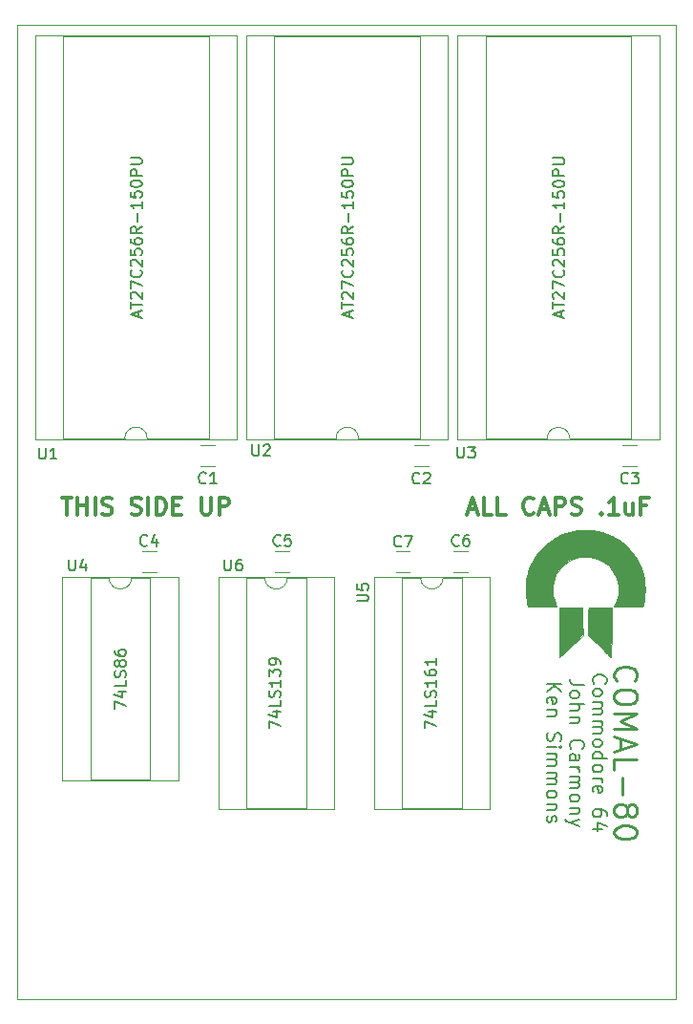
<source format=gbr>
%TF.GenerationSoftware,KiCad,Pcbnew,(5.1.6)-1*%
%TF.CreationDate,2021-01-17T21:44:29-05:00*%
%TF.ProjectId,comal-80,636f6d61-6c2d-4383-902e-6b696361645f,rev?*%
%TF.SameCoordinates,Original*%
%TF.FileFunction,Legend,Top*%
%TF.FilePolarity,Positive*%
%FSLAX46Y46*%
G04 Gerber Fmt 4.6, Leading zero omitted, Abs format (unit mm)*
G04 Created by KiCad (PCBNEW (5.1.6)-1) date 2021-01-17 21:44:29*
%MOMM*%
%LPD*%
G01*
G04 APERTURE LIST*
%ADD10C,0.120000*%
%ADD11C,0.250000*%
%ADD12C,0.150000*%
%ADD13C,0.300000*%
%ADD14C,0.010000*%
G04 APERTURE END LIST*
D10*
X177400000Y-49600000D02*
X119000000Y-49600000D01*
X177400000Y-135900000D02*
X177400000Y-49600000D01*
D11*
X172141302Y-107689047D02*
X172046064Y-107593809D01*
X171950826Y-107308095D01*
X171950826Y-107117619D01*
X172046064Y-106831904D01*
X172236540Y-106641428D01*
X172427016Y-106546190D01*
X172807968Y-106450952D01*
X173093683Y-106450952D01*
X173474635Y-106546190D01*
X173665111Y-106641428D01*
X173855588Y-106831904D01*
X173950826Y-107117619D01*
X173950826Y-107308095D01*
X173855588Y-107593809D01*
X173760349Y-107689047D01*
X173950826Y-108927142D02*
X173950826Y-109308095D01*
X173855588Y-109498571D01*
X173665111Y-109689047D01*
X173284159Y-109784285D01*
X172617492Y-109784285D01*
X172236540Y-109689047D01*
X172046064Y-109498571D01*
X171950826Y-109308095D01*
X171950826Y-108927142D01*
X172046064Y-108736666D01*
X172236540Y-108546190D01*
X172617492Y-108450952D01*
X173284159Y-108450952D01*
X173665111Y-108546190D01*
X173855588Y-108736666D01*
X173950826Y-108927142D01*
X171950826Y-110641428D02*
X173950826Y-110641428D01*
X172522254Y-111308095D01*
X173950826Y-111974761D01*
X171950826Y-111974761D01*
X172522254Y-112831904D02*
X172522254Y-113784285D01*
X171950826Y-112641428D02*
X173950826Y-113308095D01*
X171950826Y-113974761D01*
X171950826Y-115593809D02*
X171950826Y-114641428D01*
X173950826Y-114641428D01*
X172712730Y-116260476D02*
X172712730Y-117784285D01*
X173093683Y-119022380D02*
X173188921Y-118831904D01*
X173284159Y-118736666D01*
X173474635Y-118641428D01*
X173569873Y-118641428D01*
X173760349Y-118736666D01*
X173855588Y-118831904D01*
X173950826Y-119022380D01*
X173950826Y-119403333D01*
X173855588Y-119593809D01*
X173760349Y-119689047D01*
X173569873Y-119784285D01*
X173474635Y-119784285D01*
X173284159Y-119689047D01*
X173188921Y-119593809D01*
X173093683Y-119403333D01*
X173093683Y-119022380D01*
X172998445Y-118831904D01*
X172903207Y-118736666D01*
X172712730Y-118641428D01*
X172331778Y-118641428D01*
X172141302Y-118736666D01*
X172046064Y-118831904D01*
X171950826Y-119022380D01*
X171950826Y-119403333D01*
X172046064Y-119593809D01*
X172141302Y-119689047D01*
X172331778Y-119784285D01*
X172712730Y-119784285D01*
X172903207Y-119689047D01*
X172998445Y-119593809D01*
X173093683Y-119403333D01*
X173950826Y-121022380D02*
X173950826Y-121212857D01*
X173855588Y-121403333D01*
X173760349Y-121498571D01*
X173569873Y-121593809D01*
X173188921Y-121689047D01*
X172712730Y-121689047D01*
X172331778Y-121593809D01*
X172141302Y-121498571D01*
X172046064Y-121403333D01*
X171950826Y-121212857D01*
X171950826Y-121022380D01*
X172046064Y-120831904D01*
X172141302Y-120736666D01*
X172331778Y-120641428D01*
X172712730Y-120546190D01*
X173188921Y-120546190D01*
X173569873Y-120641428D01*
X173760349Y-120736666D01*
X173855588Y-120831904D01*
X173950826Y-121022380D01*
D12*
X170158571Y-107939047D02*
X170099047Y-107879523D01*
X170039523Y-107700952D01*
X170039523Y-107581904D01*
X170099047Y-107403333D01*
X170218095Y-107284285D01*
X170337142Y-107224761D01*
X170575238Y-107165238D01*
X170753809Y-107165238D01*
X170991904Y-107224761D01*
X171110952Y-107284285D01*
X171230000Y-107403333D01*
X171289523Y-107581904D01*
X171289523Y-107700952D01*
X171230000Y-107879523D01*
X171170476Y-107939047D01*
X170039523Y-108653333D02*
X170099047Y-108534285D01*
X170158571Y-108474761D01*
X170277619Y-108415238D01*
X170634761Y-108415238D01*
X170753809Y-108474761D01*
X170813333Y-108534285D01*
X170872857Y-108653333D01*
X170872857Y-108831904D01*
X170813333Y-108950952D01*
X170753809Y-109010476D01*
X170634761Y-109070000D01*
X170277619Y-109070000D01*
X170158571Y-109010476D01*
X170099047Y-108950952D01*
X170039523Y-108831904D01*
X170039523Y-108653333D01*
X170039523Y-109605714D02*
X170872857Y-109605714D01*
X170753809Y-109605714D02*
X170813333Y-109665238D01*
X170872857Y-109784285D01*
X170872857Y-109962857D01*
X170813333Y-110081904D01*
X170694285Y-110141428D01*
X170039523Y-110141428D01*
X170694285Y-110141428D02*
X170813333Y-110200952D01*
X170872857Y-110320000D01*
X170872857Y-110498571D01*
X170813333Y-110617619D01*
X170694285Y-110677142D01*
X170039523Y-110677142D01*
X170039523Y-111272380D02*
X170872857Y-111272380D01*
X170753809Y-111272380D02*
X170813333Y-111331904D01*
X170872857Y-111450952D01*
X170872857Y-111629523D01*
X170813333Y-111748571D01*
X170694285Y-111808095D01*
X170039523Y-111808095D01*
X170694285Y-111808095D02*
X170813333Y-111867619D01*
X170872857Y-111986666D01*
X170872857Y-112165238D01*
X170813333Y-112284285D01*
X170694285Y-112343809D01*
X170039523Y-112343809D01*
X170039523Y-113117619D02*
X170099047Y-112998571D01*
X170158571Y-112939047D01*
X170277619Y-112879523D01*
X170634761Y-112879523D01*
X170753809Y-112939047D01*
X170813333Y-112998571D01*
X170872857Y-113117619D01*
X170872857Y-113296190D01*
X170813333Y-113415238D01*
X170753809Y-113474761D01*
X170634761Y-113534285D01*
X170277619Y-113534285D01*
X170158571Y-113474761D01*
X170099047Y-113415238D01*
X170039523Y-113296190D01*
X170039523Y-113117619D01*
X170039523Y-114605714D02*
X171289523Y-114605714D01*
X170099047Y-114605714D02*
X170039523Y-114486666D01*
X170039523Y-114248571D01*
X170099047Y-114129523D01*
X170158571Y-114070000D01*
X170277619Y-114010476D01*
X170634761Y-114010476D01*
X170753809Y-114070000D01*
X170813333Y-114129523D01*
X170872857Y-114248571D01*
X170872857Y-114486666D01*
X170813333Y-114605714D01*
X170039523Y-115379523D02*
X170099047Y-115260476D01*
X170158571Y-115200952D01*
X170277619Y-115141428D01*
X170634761Y-115141428D01*
X170753809Y-115200952D01*
X170813333Y-115260476D01*
X170872857Y-115379523D01*
X170872857Y-115558095D01*
X170813333Y-115677142D01*
X170753809Y-115736666D01*
X170634761Y-115796190D01*
X170277619Y-115796190D01*
X170158571Y-115736666D01*
X170099047Y-115677142D01*
X170039523Y-115558095D01*
X170039523Y-115379523D01*
X170039523Y-116331904D02*
X170872857Y-116331904D01*
X170634761Y-116331904D02*
X170753809Y-116391428D01*
X170813333Y-116450952D01*
X170872857Y-116570000D01*
X170872857Y-116689047D01*
X170099047Y-117581904D02*
X170039523Y-117462857D01*
X170039523Y-117224761D01*
X170099047Y-117105714D01*
X170218095Y-117046190D01*
X170694285Y-117046190D01*
X170813333Y-117105714D01*
X170872857Y-117224761D01*
X170872857Y-117462857D01*
X170813333Y-117581904D01*
X170694285Y-117641428D01*
X170575238Y-117641428D01*
X170456190Y-117046190D01*
X171289523Y-119665238D02*
X171289523Y-119427142D01*
X171230000Y-119308095D01*
X171170476Y-119248571D01*
X170991904Y-119129523D01*
X170753809Y-119070000D01*
X170277619Y-119070000D01*
X170158571Y-119129523D01*
X170099047Y-119189047D01*
X170039523Y-119308095D01*
X170039523Y-119546190D01*
X170099047Y-119665238D01*
X170158571Y-119724761D01*
X170277619Y-119784285D01*
X170575238Y-119784285D01*
X170694285Y-119724761D01*
X170753809Y-119665238D01*
X170813333Y-119546190D01*
X170813333Y-119308095D01*
X170753809Y-119189047D01*
X170694285Y-119129523D01*
X170575238Y-119070000D01*
X170872857Y-120855714D02*
X170039523Y-120855714D01*
X171349047Y-120558095D02*
X170456190Y-120260476D01*
X170456190Y-121034285D01*
X169264523Y-108058095D02*
X168371666Y-108058095D01*
X168193095Y-107998571D01*
X168074047Y-107879523D01*
X168014523Y-107700952D01*
X168014523Y-107581904D01*
X168014523Y-108831904D02*
X168074047Y-108712857D01*
X168133571Y-108653333D01*
X168252619Y-108593809D01*
X168609761Y-108593809D01*
X168728809Y-108653333D01*
X168788333Y-108712857D01*
X168847857Y-108831904D01*
X168847857Y-109010476D01*
X168788333Y-109129523D01*
X168728809Y-109189047D01*
X168609761Y-109248571D01*
X168252619Y-109248571D01*
X168133571Y-109189047D01*
X168074047Y-109129523D01*
X168014523Y-109010476D01*
X168014523Y-108831904D01*
X168014523Y-109784285D02*
X169264523Y-109784285D01*
X168014523Y-110320000D02*
X168669285Y-110320000D01*
X168788333Y-110260476D01*
X168847857Y-110141428D01*
X168847857Y-109962857D01*
X168788333Y-109843809D01*
X168728809Y-109784285D01*
X168847857Y-110915238D02*
X168014523Y-110915238D01*
X168728809Y-110915238D02*
X168788333Y-110974761D01*
X168847857Y-111093809D01*
X168847857Y-111272380D01*
X168788333Y-111391428D01*
X168669285Y-111450952D01*
X168014523Y-111450952D01*
X168133571Y-113712857D02*
X168074047Y-113653333D01*
X168014523Y-113474761D01*
X168014523Y-113355714D01*
X168074047Y-113177142D01*
X168193095Y-113058095D01*
X168312142Y-112998571D01*
X168550238Y-112939047D01*
X168728809Y-112939047D01*
X168966904Y-112998571D01*
X169085952Y-113058095D01*
X169205000Y-113177142D01*
X169264523Y-113355714D01*
X169264523Y-113474761D01*
X169205000Y-113653333D01*
X169145476Y-113712857D01*
X168014523Y-114784285D02*
X168669285Y-114784285D01*
X168788333Y-114724761D01*
X168847857Y-114605714D01*
X168847857Y-114367619D01*
X168788333Y-114248571D01*
X168074047Y-114784285D02*
X168014523Y-114665238D01*
X168014523Y-114367619D01*
X168074047Y-114248571D01*
X168193095Y-114189047D01*
X168312142Y-114189047D01*
X168431190Y-114248571D01*
X168490714Y-114367619D01*
X168490714Y-114665238D01*
X168550238Y-114784285D01*
X168014523Y-115379523D02*
X168847857Y-115379523D01*
X168609761Y-115379523D02*
X168728809Y-115439047D01*
X168788333Y-115498571D01*
X168847857Y-115617619D01*
X168847857Y-115736666D01*
X168014523Y-116153333D02*
X168847857Y-116153333D01*
X168728809Y-116153333D02*
X168788333Y-116212857D01*
X168847857Y-116331904D01*
X168847857Y-116510476D01*
X168788333Y-116629523D01*
X168669285Y-116689047D01*
X168014523Y-116689047D01*
X168669285Y-116689047D02*
X168788333Y-116748571D01*
X168847857Y-116867619D01*
X168847857Y-117046190D01*
X168788333Y-117165238D01*
X168669285Y-117224761D01*
X168014523Y-117224761D01*
X168014523Y-117998571D02*
X168074047Y-117879523D01*
X168133571Y-117820000D01*
X168252619Y-117760476D01*
X168609761Y-117760476D01*
X168728809Y-117820000D01*
X168788333Y-117879523D01*
X168847857Y-117998571D01*
X168847857Y-118177142D01*
X168788333Y-118296190D01*
X168728809Y-118355714D01*
X168609761Y-118415238D01*
X168252619Y-118415238D01*
X168133571Y-118355714D01*
X168074047Y-118296190D01*
X168014523Y-118177142D01*
X168014523Y-117998571D01*
X168847857Y-118950952D02*
X168014523Y-118950952D01*
X168728809Y-118950952D02*
X168788333Y-119010476D01*
X168847857Y-119129523D01*
X168847857Y-119308095D01*
X168788333Y-119427142D01*
X168669285Y-119486666D01*
X168014523Y-119486666D01*
X168847857Y-119962857D02*
X168014523Y-120260476D01*
X168847857Y-120558095D02*
X168014523Y-120260476D01*
X167716904Y-120141428D01*
X167657380Y-120081904D01*
X167597857Y-119962857D01*
X165989523Y-107968809D02*
X167239523Y-107968809D01*
X165989523Y-108683095D02*
X166703809Y-108147380D01*
X167239523Y-108683095D02*
X166525238Y-107968809D01*
X166049047Y-109695000D02*
X165989523Y-109575952D01*
X165989523Y-109337857D01*
X166049047Y-109218809D01*
X166168095Y-109159285D01*
X166644285Y-109159285D01*
X166763333Y-109218809D01*
X166822857Y-109337857D01*
X166822857Y-109575952D01*
X166763333Y-109695000D01*
X166644285Y-109754523D01*
X166525238Y-109754523D01*
X166406190Y-109159285D01*
X166822857Y-110290238D02*
X165989523Y-110290238D01*
X166703809Y-110290238D02*
X166763333Y-110349761D01*
X166822857Y-110468809D01*
X166822857Y-110647380D01*
X166763333Y-110766428D01*
X166644285Y-110825952D01*
X165989523Y-110825952D01*
X166049047Y-112314047D02*
X165989523Y-112492619D01*
X165989523Y-112790238D01*
X166049047Y-112909285D01*
X166108571Y-112968809D01*
X166227619Y-113028333D01*
X166346666Y-113028333D01*
X166465714Y-112968809D01*
X166525238Y-112909285D01*
X166584761Y-112790238D01*
X166644285Y-112552142D01*
X166703809Y-112433095D01*
X166763333Y-112373571D01*
X166882380Y-112314047D01*
X167001428Y-112314047D01*
X167120476Y-112373571D01*
X167180000Y-112433095D01*
X167239523Y-112552142D01*
X167239523Y-112849761D01*
X167180000Y-113028333D01*
X165989523Y-113564047D02*
X166822857Y-113564047D01*
X167239523Y-113564047D02*
X167180000Y-113504523D01*
X167120476Y-113564047D01*
X167180000Y-113623571D01*
X167239523Y-113564047D01*
X167120476Y-113564047D01*
X165989523Y-114159285D02*
X166822857Y-114159285D01*
X166703809Y-114159285D02*
X166763333Y-114218809D01*
X166822857Y-114337857D01*
X166822857Y-114516428D01*
X166763333Y-114635476D01*
X166644285Y-114695000D01*
X165989523Y-114695000D01*
X166644285Y-114695000D02*
X166763333Y-114754523D01*
X166822857Y-114873571D01*
X166822857Y-115052142D01*
X166763333Y-115171190D01*
X166644285Y-115230714D01*
X165989523Y-115230714D01*
X165989523Y-115825952D02*
X166822857Y-115825952D01*
X166703809Y-115825952D02*
X166763333Y-115885476D01*
X166822857Y-116004523D01*
X166822857Y-116183095D01*
X166763333Y-116302142D01*
X166644285Y-116361666D01*
X165989523Y-116361666D01*
X166644285Y-116361666D02*
X166763333Y-116421190D01*
X166822857Y-116540238D01*
X166822857Y-116718809D01*
X166763333Y-116837857D01*
X166644285Y-116897380D01*
X165989523Y-116897380D01*
X165989523Y-117671190D02*
X166049047Y-117552142D01*
X166108571Y-117492619D01*
X166227619Y-117433095D01*
X166584761Y-117433095D01*
X166703809Y-117492619D01*
X166763333Y-117552142D01*
X166822857Y-117671190D01*
X166822857Y-117849761D01*
X166763333Y-117968809D01*
X166703809Y-118028333D01*
X166584761Y-118087857D01*
X166227619Y-118087857D01*
X166108571Y-118028333D01*
X166049047Y-117968809D01*
X165989523Y-117849761D01*
X165989523Y-117671190D01*
X166822857Y-118623571D02*
X165989523Y-118623571D01*
X166703809Y-118623571D02*
X166763333Y-118683095D01*
X166822857Y-118802142D01*
X166822857Y-118980714D01*
X166763333Y-119099761D01*
X166644285Y-119159285D01*
X165989523Y-119159285D01*
X166049047Y-119695000D02*
X165989523Y-119814047D01*
X165989523Y-120052142D01*
X166049047Y-120171190D01*
X166168095Y-120230714D01*
X166227619Y-120230714D01*
X166346666Y-120171190D01*
X166406190Y-120052142D01*
X166406190Y-119873571D01*
X166465714Y-119754523D01*
X166584761Y-119695000D01*
X166644285Y-119695000D01*
X166763333Y-119754523D01*
X166822857Y-119873571D01*
X166822857Y-120052142D01*
X166763333Y-120171190D01*
D13*
X159025714Y-92525000D02*
X159740000Y-92525000D01*
X158882857Y-92953571D02*
X159382857Y-91453571D01*
X159882857Y-92953571D01*
X161097142Y-92953571D02*
X160382857Y-92953571D01*
X160382857Y-91453571D01*
X162311428Y-92953571D02*
X161597142Y-92953571D01*
X161597142Y-91453571D01*
X164811428Y-92810714D02*
X164740000Y-92882142D01*
X164525714Y-92953571D01*
X164382857Y-92953571D01*
X164168571Y-92882142D01*
X164025714Y-92739285D01*
X163954285Y-92596428D01*
X163882857Y-92310714D01*
X163882857Y-92096428D01*
X163954285Y-91810714D01*
X164025714Y-91667857D01*
X164168571Y-91525000D01*
X164382857Y-91453571D01*
X164525714Y-91453571D01*
X164740000Y-91525000D01*
X164811428Y-91596428D01*
X165382857Y-92525000D02*
X166097142Y-92525000D01*
X165240000Y-92953571D02*
X165740000Y-91453571D01*
X166240000Y-92953571D01*
X166740000Y-92953571D02*
X166740000Y-91453571D01*
X167311428Y-91453571D01*
X167454285Y-91525000D01*
X167525714Y-91596428D01*
X167597142Y-91739285D01*
X167597142Y-91953571D01*
X167525714Y-92096428D01*
X167454285Y-92167857D01*
X167311428Y-92239285D01*
X166740000Y-92239285D01*
X168168571Y-92882142D02*
X168382857Y-92953571D01*
X168740000Y-92953571D01*
X168882857Y-92882142D01*
X168954285Y-92810714D01*
X169025714Y-92667857D01*
X169025714Y-92525000D01*
X168954285Y-92382142D01*
X168882857Y-92310714D01*
X168740000Y-92239285D01*
X168454285Y-92167857D01*
X168311428Y-92096428D01*
X168240000Y-92025000D01*
X168168571Y-91882142D01*
X168168571Y-91739285D01*
X168240000Y-91596428D01*
X168311428Y-91525000D01*
X168454285Y-91453571D01*
X168811428Y-91453571D01*
X169025714Y-91525000D01*
X170811428Y-92810714D02*
X170882857Y-92882142D01*
X170811428Y-92953571D01*
X170740000Y-92882142D01*
X170811428Y-92810714D01*
X170811428Y-92953571D01*
X172311428Y-92953571D02*
X171454285Y-92953571D01*
X171882857Y-92953571D02*
X171882857Y-91453571D01*
X171740000Y-91667857D01*
X171597142Y-91810714D01*
X171454285Y-91882142D01*
X173597142Y-91953571D02*
X173597142Y-92953571D01*
X172954285Y-91953571D02*
X172954285Y-92739285D01*
X173025714Y-92882142D01*
X173168571Y-92953571D01*
X173382857Y-92953571D01*
X173525714Y-92882142D01*
X173597142Y-92810714D01*
X174811428Y-92167857D02*
X174311428Y-92167857D01*
X174311428Y-92953571D02*
X174311428Y-91453571D01*
X175025714Y-91453571D01*
X122985714Y-91453571D02*
X123842857Y-91453571D01*
X123414285Y-92953571D02*
X123414285Y-91453571D01*
X124342857Y-92953571D02*
X124342857Y-91453571D01*
X124342857Y-92167857D02*
X125200000Y-92167857D01*
X125200000Y-92953571D02*
X125200000Y-91453571D01*
X125914285Y-92953571D02*
X125914285Y-91453571D01*
X126557142Y-92882142D02*
X126771428Y-92953571D01*
X127128571Y-92953571D01*
X127271428Y-92882142D01*
X127342857Y-92810714D01*
X127414285Y-92667857D01*
X127414285Y-92525000D01*
X127342857Y-92382142D01*
X127271428Y-92310714D01*
X127128571Y-92239285D01*
X126842857Y-92167857D01*
X126700000Y-92096428D01*
X126628571Y-92025000D01*
X126557142Y-91882142D01*
X126557142Y-91739285D01*
X126628571Y-91596428D01*
X126700000Y-91525000D01*
X126842857Y-91453571D01*
X127200000Y-91453571D01*
X127414285Y-91525000D01*
X129128571Y-92882142D02*
X129342857Y-92953571D01*
X129700000Y-92953571D01*
X129842857Y-92882142D01*
X129914285Y-92810714D01*
X129985714Y-92667857D01*
X129985714Y-92525000D01*
X129914285Y-92382142D01*
X129842857Y-92310714D01*
X129700000Y-92239285D01*
X129414285Y-92167857D01*
X129271428Y-92096428D01*
X129200000Y-92025000D01*
X129128571Y-91882142D01*
X129128571Y-91739285D01*
X129200000Y-91596428D01*
X129271428Y-91525000D01*
X129414285Y-91453571D01*
X129771428Y-91453571D01*
X129985714Y-91525000D01*
X130628571Y-92953571D02*
X130628571Y-91453571D01*
X131342857Y-92953571D02*
X131342857Y-91453571D01*
X131700000Y-91453571D01*
X131914285Y-91525000D01*
X132057142Y-91667857D01*
X132128571Y-91810714D01*
X132200000Y-92096428D01*
X132200000Y-92310714D01*
X132128571Y-92596428D01*
X132057142Y-92739285D01*
X131914285Y-92882142D01*
X131700000Y-92953571D01*
X131342857Y-92953571D01*
X132842857Y-92167857D02*
X133342857Y-92167857D01*
X133557142Y-92953571D02*
X132842857Y-92953571D01*
X132842857Y-91453571D01*
X133557142Y-91453571D01*
X135342857Y-91453571D02*
X135342857Y-92667857D01*
X135414285Y-92810714D01*
X135485714Y-92882142D01*
X135628571Y-92953571D01*
X135914285Y-92953571D01*
X136057142Y-92882142D01*
X136128571Y-92810714D01*
X136200000Y-92667857D01*
X136200000Y-91453571D01*
X136914285Y-92953571D02*
X136914285Y-91453571D01*
X137485714Y-91453571D01*
X137628571Y-91525000D01*
X137700000Y-91596428D01*
X137771428Y-91739285D01*
X137771428Y-91953571D01*
X137700000Y-92096428D01*
X137628571Y-92167857D01*
X137485714Y-92239285D01*
X136914285Y-92239285D01*
D10*
X119000000Y-135900000D02*
X119000000Y-49600000D01*
X177400000Y-135900000D02*
X119000000Y-135900000D01*
D14*
%TO.C,G\u002A\u002A\u002A*%
G36*
X174661192Y-100067112D02*
G01*
X174615438Y-100514540D01*
X174539998Y-100904293D01*
X174534231Y-100926321D01*
X174486306Y-101106038D01*
X171956011Y-101106038D01*
X172090386Y-100806509D01*
X172242642Y-100399461D01*
X172325208Y-99996800D01*
X172347774Y-99596415D01*
X172330994Y-99237232D01*
X172274726Y-98914087D01*
X172170079Y-98589340D01*
X172039016Y-98289315D01*
X171785335Y-97864190D01*
X171461147Y-97494397D01*
X171077982Y-97185701D01*
X170647372Y-96943868D01*
X170180848Y-96774666D01*
X169689940Y-96683859D01*
X169186180Y-96677214D01*
X168890029Y-96714666D01*
X168384481Y-96852744D01*
X167916735Y-97074773D01*
X167497339Y-97373891D01*
X167136839Y-97743236D01*
X166977181Y-97959238D01*
X166780225Y-98284674D01*
X166643499Y-98593212D01*
X166556695Y-98917105D01*
X166509506Y-99288607D01*
X166499605Y-99453553D01*
X166498102Y-99863143D01*
X166538771Y-100218087D01*
X166627713Y-100552541D01*
X166749922Y-100855212D01*
X166865410Y-101107595D01*
X165585724Y-101094835D01*
X164306038Y-101082076D01*
X164218427Y-100746604D01*
X164176291Y-100525738D01*
X164143331Y-100236316D01*
X164120572Y-99905283D01*
X164109036Y-99559584D01*
X164109748Y-99226165D01*
X164123732Y-98931971D01*
X164142866Y-98757736D01*
X164202651Y-98472002D01*
X164299468Y-98134685D01*
X164422200Y-97777080D01*
X164559732Y-97430483D01*
X164700946Y-97126187D01*
X164763981Y-97009209D01*
X165158277Y-96413680D01*
X165621476Y-95880391D01*
X166146278Y-95414656D01*
X166725381Y-95021788D01*
X167351488Y-94707102D01*
X168017297Y-94475910D01*
X168355660Y-94394750D01*
X168578758Y-94352270D01*
X168775164Y-94324758D01*
X168973626Y-94310375D01*
X169202895Y-94307280D01*
X169491717Y-94313633D01*
X169577736Y-94316522D01*
X170078866Y-94347945D01*
X170517181Y-94409471D01*
X170923134Y-94509109D01*
X171327177Y-94654867D01*
X171759764Y-94854751D01*
X171902076Y-94927731D01*
X172467762Y-95276203D01*
X172987944Y-95702610D01*
X173454531Y-96196640D01*
X173859428Y-96747982D01*
X174194542Y-97346324D01*
X174451780Y-97981354D01*
X174544933Y-98295089D01*
X174619131Y-98675996D01*
X174663159Y-99118117D01*
X174677140Y-99591730D01*
X174661192Y-100067112D01*
G37*
X174661192Y-100067112D02*
X174615438Y-100514540D01*
X174539998Y-100904293D01*
X174534231Y-100926321D01*
X174486306Y-101106038D01*
X171956011Y-101106038D01*
X172090386Y-100806509D01*
X172242642Y-100399461D01*
X172325208Y-99996800D01*
X172347774Y-99596415D01*
X172330994Y-99237232D01*
X172274726Y-98914087D01*
X172170079Y-98589340D01*
X172039016Y-98289315D01*
X171785335Y-97864190D01*
X171461147Y-97494397D01*
X171077982Y-97185701D01*
X170647372Y-96943868D01*
X170180848Y-96774666D01*
X169689940Y-96683859D01*
X169186180Y-96677214D01*
X168890029Y-96714666D01*
X168384481Y-96852744D01*
X167916735Y-97074773D01*
X167497339Y-97373891D01*
X167136839Y-97743236D01*
X166977181Y-97959238D01*
X166780225Y-98284674D01*
X166643499Y-98593212D01*
X166556695Y-98917105D01*
X166509506Y-99288607D01*
X166499605Y-99453553D01*
X166498102Y-99863143D01*
X166538771Y-100218087D01*
X166627713Y-100552541D01*
X166749922Y-100855212D01*
X166865410Y-101107595D01*
X165585724Y-101094835D01*
X164306038Y-101082076D01*
X164218427Y-100746604D01*
X164176291Y-100525738D01*
X164143331Y-100236316D01*
X164120572Y-99905283D01*
X164109036Y-99559584D01*
X164109748Y-99226165D01*
X164123732Y-98931971D01*
X164142866Y-98757736D01*
X164202651Y-98472002D01*
X164299468Y-98134685D01*
X164422200Y-97777080D01*
X164559732Y-97430483D01*
X164700946Y-97126187D01*
X164763981Y-97009209D01*
X165158277Y-96413680D01*
X165621476Y-95880391D01*
X166146278Y-95414656D01*
X166725381Y-95021788D01*
X167351488Y-94707102D01*
X168017297Y-94475910D01*
X168355660Y-94394750D01*
X168578758Y-94352270D01*
X168775164Y-94324758D01*
X168973626Y-94310375D01*
X169202895Y-94307280D01*
X169491717Y-94313633D01*
X169577736Y-94316522D01*
X170078866Y-94347945D01*
X170517181Y-94409471D01*
X170923134Y-94509109D01*
X171327177Y-94654867D01*
X171759764Y-94854751D01*
X171902076Y-94927731D01*
X172467762Y-95276203D01*
X172987944Y-95702610D01*
X173454531Y-96196640D01*
X173859428Y-96747982D01*
X174194542Y-97346324D01*
X174451780Y-97981354D01*
X174544933Y-98295089D01*
X174619131Y-98675996D01*
X174663159Y-99118117D01*
X174677140Y-99591730D01*
X174661192Y-100067112D01*
G36*
X168170032Y-104622672D02*
G01*
X167892854Y-104896712D01*
X167646949Y-105134223D01*
X167439311Y-105328793D01*
X167276931Y-105474008D01*
X167166802Y-105563455D01*
X167115917Y-105590721D01*
X167115018Y-105590315D01*
X167100853Y-105535188D01*
X167088702Y-105396381D01*
X167078543Y-105185615D01*
X167070356Y-104914609D01*
X167064118Y-104595083D01*
X167059810Y-104238758D01*
X167057409Y-103857353D01*
X167056895Y-103462588D01*
X167058246Y-103066183D01*
X167061442Y-102679859D01*
X167066461Y-102315335D01*
X167073282Y-101984331D01*
X167081884Y-101698568D01*
X167092246Y-101469764D01*
X167104346Y-101309641D01*
X167118164Y-101229918D01*
X167122898Y-101223319D01*
X167187591Y-101216825D01*
X167332737Y-101212292D01*
X167542956Y-101209873D01*
X167802869Y-101209723D01*
X168097096Y-101211996D01*
X168165256Y-101212842D01*
X169146415Y-101225849D01*
X169159071Y-102423962D01*
X169171727Y-103622076D01*
X168170032Y-104622672D01*
G37*
X168170032Y-104622672D02*
X167892854Y-104896712D01*
X167646949Y-105134223D01*
X167439311Y-105328793D01*
X167276931Y-105474008D01*
X167166802Y-105563455D01*
X167115917Y-105590721D01*
X167115018Y-105590315D01*
X167100853Y-105535188D01*
X167088702Y-105396381D01*
X167078543Y-105185615D01*
X167070356Y-104914609D01*
X167064118Y-104595083D01*
X167059810Y-104238758D01*
X167057409Y-103857353D01*
X167056895Y-103462588D01*
X167058246Y-103066183D01*
X167061442Y-102679859D01*
X167066461Y-102315335D01*
X167073282Y-101984331D01*
X167081884Y-101698568D01*
X167092246Y-101469764D01*
X167104346Y-101309641D01*
X167118164Y-101229918D01*
X167122898Y-101223319D01*
X167187591Y-101216825D01*
X167332737Y-101212292D01*
X167542956Y-101209873D01*
X167802869Y-101209723D01*
X168097096Y-101211996D01*
X168165256Y-101212842D01*
X169146415Y-101225849D01*
X169159071Y-102423962D01*
X169171727Y-103622076D01*
X168170032Y-104622672D01*
G36*
X171709613Y-103855774D02*
G01*
X171707423Y-104274374D01*
X171703964Y-104652754D01*
X171699391Y-104981454D01*
X171693862Y-105251014D01*
X171687532Y-105451974D01*
X171680557Y-105574875D01*
X171674006Y-105610943D01*
X171632172Y-105578308D01*
X171531600Y-105486023D01*
X171381021Y-105342517D01*
X171189166Y-105156221D01*
X170964765Y-104935564D01*
X170716550Y-104688977D01*
X170643629Y-104616091D01*
X169649623Y-103621239D01*
X169649623Y-102443513D01*
X169650872Y-102116757D01*
X169654382Y-101822229D01*
X169659800Y-101573344D01*
X169666771Y-101383515D01*
X169674941Y-101266158D01*
X169681572Y-101233837D01*
X169737028Y-101224280D01*
X169873667Y-101215864D01*
X170076828Y-101209044D01*
X170331848Y-101204275D01*
X170624064Y-101202010D01*
X170711950Y-101201887D01*
X171710377Y-101201887D01*
X171710377Y-103406415D01*
X171709613Y-103855774D01*
G37*
X171709613Y-103855774D02*
X171707423Y-104274374D01*
X171703964Y-104652754D01*
X171699391Y-104981454D01*
X171693862Y-105251014D01*
X171687532Y-105451974D01*
X171680557Y-105574875D01*
X171674006Y-105610943D01*
X171632172Y-105578308D01*
X171531600Y-105486023D01*
X171381021Y-105342517D01*
X171189166Y-105156221D01*
X170964765Y-104935564D01*
X170716550Y-104688977D01*
X170643629Y-104616091D01*
X169649623Y-103621239D01*
X169649623Y-102443513D01*
X169650872Y-102116757D01*
X169654382Y-101822229D01*
X169659800Y-101573344D01*
X169666771Y-101383515D01*
X169674941Y-101266158D01*
X169681572Y-101233837D01*
X169737028Y-101224280D01*
X169873667Y-101215864D01*
X170076828Y-101209044D01*
X170331848Y-101204275D01*
X170624064Y-101202010D01*
X170711950Y-101201887D01*
X171710377Y-101201887D01*
X171710377Y-103406415D01*
X171709613Y-103855774D01*
D10*
%TO.C,C3*%
X173979000Y-86810000D02*
X172721000Y-86810000D01*
X173979000Y-88650000D02*
X172721000Y-88650000D01*
%TO.C,C2*%
X155469000Y-86810000D02*
X154211000Y-86810000D01*
X155469000Y-88650000D02*
X154211000Y-88650000D01*
%TO.C,C1*%
X136529000Y-86800000D02*
X135271000Y-86800000D01*
X136529000Y-88640000D02*
X135271000Y-88640000D01*
%TO.C,C7*%
X152581000Y-96200000D02*
X153839000Y-96200000D01*
X152581000Y-98040000D02*
X153839000Y-98040000D01*
%TO.C,U3*%
X168010000Y-86240000D02*
X173470000Y-86240000D01*
X173470000Y-86240000D02*
X173470000Y-50560000D01*
X173470000Y-50560000D02*
X160550000Y-50560000D01*
X160550000Y-50560000D02*
X160550000Y-86240000D01*
X160550000Y-86240000D02*
X166010000Y-86240000D01*
X175960000Y-86300000D02*
X175960000Y-50500000D01*
X175960000Y-50500000D02*
X158060000Y-50500000D01*
X158060000Y-50500000D02*
X158060000Y-86300000D01*
X158060000Y-86300000D02*
X175960000Y-86300000D01*
X166010000Y-86240000D02*
G75*
G02*
X168010000Y-86240000I1000000J0D01*
G01*
%TO.C,U6*%
X140965000Y-98560000D02*
X139315000Y-98560000D01*
X139315000Y-98560000D02*
X139315000Y-119000000D01*
X139315000Y-119000000D02*
X144615000Y-119000000D01*
X144615000Y-119000000D02*
X144615000Y-98560000D01*
X144615000Y-98560000D02*
X142965000Y-98560000D01*
X136825000Y-98500000D02*
X136825000Y-119060000D01*
X136825000Y-119060000D02*
X147105000Y-119060000D01*
X147105000Y-119060000D02*
X147105000Y-98500000D01*
X147105000Y-98500000D02*
X136825000Y-98500000D01*
X142965000Y-98560000D02*
G75*
G02*
X140965000Y-98560000I-1000000J0D01*
G01*
%TO.C,U2*%
X149275000Y-86230000D02*
X154735000Y-86230000D01*
X154735000Y-86230000D02*
X154735000Y-50550000D01*
X154735000Y-50550000D02*
X141815000Y-50550000D01*
X141815000Y-50550000D02*
X141815000Y-86230000D01*
X141815000Y-86230000D02*
X147275000Y-86230000D01*
X157225000Y-86290000D02*
X157225000Y-50490000D01*
X157225000Y-50490000D02*
X139325000Y-50490000D01*
X139325000Y-50490000D02*
X139325000Y-86290000D01*
X139325000Y-86290000D02*
X157225000Y-86290000D01*
X147275000Y-86230000D02*
G75*
G02*
X149275000Y-86230000I1000000J0D01*
G01*
%TO.C,U5*%
X154780000Y-98560000D02*
X153130000Y-98560000D01*
X153130000Y-98560000D02*
X153130000Y-119000000D01*
X153130000Y-119000000D02*
X158430000Y-119000000D01*
X158430000Y-119000000D02*
X158430000Y-98560000D01*
X158430000Y-98560000D02*
X156780000Y-98560000D01*
X150640000Y-98500000D02*
X150640000Y-119060000D01*
X150640000Y-119060000D02*
X160920000Y-119060000D01*
X160920000Y-119060000D02*
X160920000Y-98500000D01*
X160920000Y-98500000D02*
X150640000Y-98500000D01*
X156780000Y-98560000D02*
G75*
G02*
X154780000Y-98560000I-1000000J0D01*
G01*
%TO.C,U4*%
X127150000Y-98560000D02*
X125500000Y-98560000D01*
X125500000Y-98560000D02*
X125500000Y-116460000D01*
X125500000Y-116460000D02*
X130800000Y-116460000D01*
X130800000Y-116460000D02*
X130800000Y-98560000D01*
X130800000Y-98560000D02*
X129150000Y-98560000D01*
X123010000Y-98500000D02*
X123010000Y-116520000D01*
X123010000Y-116520000D02*
X133290000Y-116520000D01*
X133290000Y-116520000D02*
X133290000Y-98500000D01*
X133290000Y-98500000D02*
X123010000Y-98500000D01*
X129150000Y-98560000D02*
G75*
G02*
X127150000Y-98560000I-1000000J0D01*
G01*
%TO.C,U1*%
X130540000Y-86230000D02*
X136000000Y-86230000D01*
X136000000Y-86230000D02*
X136000000Y-50550000D01*
X136000000Y-50550000D02*
X123080000Y-50550000D01*
X123080000Y-50550000D02*
X123080000Y-86230000D01*
X123080000Y-86230000D02*
X128540000Y-86230000D01*
X138490000Y-86290000D02*
X138490000Y-50490000D01*
X138490000Y-50490000D02*
X120590000Y-50490000D01*
X120590000Y-50490000D02*
X120590000Y-86290000D01*
X120590000Y-86290000D02*
X138490000Y-86290000D01*
X128540000Y-86230000D02*
G75*
G02*
X130540000Y-86230000I1000000J0D01*
G01*
%TO.C,C6*%
X158979000Y-98040000D02*
X157721000Y-98040000D01*
X158979000Y-96200000D02*
X157721000Y-96200000D01*
%TO.C,C5*%
X143139000Y-98040000D02*
X141881000Y-98040000D01*
X143139000Y-96200000D02*
X141881000Y-96200000D01*
%TO.C,C4*%
X131329000Y-98040000D02*
X130071000Y-98040000D01*
X131329000Y-96200000D02*
X130071000Y-96200000D01*
%TO.C,C3*%
D12*
X173183333Y-90137142D02*
X173135714Y-90184761D01*
X172992857Y-90232380D01*
X172897619Y-90232380D01*
X172754761Y-90184761D01*
X172659523Y-90089523D01*
X172611904Y-89994285D01*
X172564285Y-89803809D01*
X172564285Y-89660952D01*
X172611904Y-89470476D01*
X172659523Y-89375238D01*
X172754761Y-89280000D01*
X172897619Y-89232380D01*
X172992857Y-89232380D01*
X173135714Y-89280000D01*
X173183333Y-89327619D01*
X173516666Y-89232380D02*
X174135714Y-89232380D01*
X173802380Y-89613333D01*
X173945238Y-89613333D01*
X174040476Y-89660952D01*
X174088095Y-89708571D01*
X174135714Y-89803809D01*
X174135714Y-90041904D01*
X174088095Y-90137142D01*
X174040476Y-90184761D01*
X173945238Y-90232380D01*
X173659523Y-90232380D01*
X173564285Y-90184761D01*
X173516666Y-90137142D01*
%TO.C,C2*%
X154673333Y-90137142D02*
X154625714Y-90184761D01*
X154482857Y-90232380D01*
X154387619Y-90232380D01*
X154244761Y-90184761D01*
X154149523Y-90089523D01*
X154101904Y-89994285D01*
X154054285Y-89803809D01*
X154054285Y-89660952D01*
X154101904Y-89470476D01*
X154149523Y-89375238D01*
X154244761Y-89280000D01*
X154387619Y-89232380D01*
X154482857Y-89232380D01*
X154625714Y-89280000D01*
X154673333Y-89327619D01*
X155054285Y-89327619D02*
X155101904Y-89280000D01*
X155197142Y-89232380D01*
X155435238Y-89232380D01*
X155530476Y-89280000D01*
X155578095Y-89327619D01*
X155625714Y-89422857D01*
X155625714Y-89518095D01*
X155578095Y-89660952D01*
X155006666Y-90232380D01*
X155625714Y-90232380D01*
%TO.C,C1*%
X135733333Y-90127142D02*
X135685714Y-90174761D01*
X135542857Y-90222380D01*
X135447619Y-90222380D01*
X135304761Y-90174761D01*
X135209523Y-90079523D01*
X135161904Y-89984285D01*
X135114285Y-89793809D01*
X135114285Y-89650952D01*
X135161904Y-89460476D01*
X135209523Y-89365238D01*
X135304761Y-89270000D01*
X135447619Y-89222380D01*
X135542857Y-89222380D01*
X135685714Y-89270000D01*
X135733333Y-89317619D01*
X136685714Y-90222380D02*
X136114285Y-90222380D01*
X136400000Y-90222380D02*
X136400000Y-89222380D01*
X136304761Y-89365238D01*
X136209523Y-89460476D01*
X136114285Y-89508095D01*
%TO.C,C7*%
X153043333Y-95727142D02*
X152995714Y-95774761D01*
X152852857Y-95822380D01*
X152757619Y-95822380D01*
X152614761Y-95774761D01*
X152519523Y-95679523D01*
X152471904Y-95584285D01*
X152424285Y-95393809D01*
X152424285Y-95250952D01*
X152471904Y-95060476D01*
X152519523Y-94965238D01*
X152614761Y-94870000D01*
X152757619Y-94822380D01*
X152852857Y-94822380D01*
X152995714Y-94870000D01*
X153043333Y-94917619D01*
X153376666Y-94822380D02*
X154043333Y-94822380D01*
X153614761Y-95822380D01*
%TO.C,U3*%
X158048095Y-86952380D02*
X158048095Y-87761904D01*
X158095714Y-87857142D01*
X158143333Y-87904761D01*
X158238571Y-87952380D01*
X158429047Y-87952380D01*
X158524285Y-87904761D01*
X158571904Y-87857142D01*
X158619523Y-87761904D01*
X158619523Y-86952380D01*
X159000476Y-86952380D02*
X159619523Y-86952380D01*
X159286190Y-87333333D01*
X159429047Y-87333333D01*
X159524285Y-87380952D01*
X159571904Y-87428571D01*
X159619523Y-87523809D01*
X159619523Y-87761904D01*
X159571904Y-87857142D01*
X159524285Y-87904761D01*
X159429047Y-87952380D01*
X159143333Y-87952380D01*
X159048095Y-87904761D01*
X159000476Y-87857142D01*
X167239166Y-75456428D02*
X167239166Y-74980238D01*
X167524880Y-75551666D02*
X166524880Y-75218333D01*
X167524880Y-74885000D01*
X166524880Y-74694523D02*
X166524880Y-74123095D01*
X167524880Y-74408809D02*
X166524880Y-74408809D01*
X166620119Y-73837380D02*
X166572500Y-73789761D01*
X166524880Y-73694523D01*
X166524880Y-73456428D01*
X166572500Y-73361190D01*
X166620119Y-73313571D01*
X166715357Y-73265952D01*
X166810595Y-73265952D01*
X166953452Y-73313571D01*
X167524880Y-73885000D01*
X167524880Y-73265952D01*
X166524880Y-72932619D02*
X166524880Y-72265952D01*
X167524880Y-72694523D01*
X167429642Y-71313571D02*
X167477261Y-71361190D01*
X167524880Y-71504047D01*
X167524880Y-71599285D01*
X167477261Y-71742142D01*
X167382023Y-71837380D01*
X167286785Y-71885000D01*
X167096309Y-71932619D01*
X166953452Y-71932619D01*
X166762976Y-71885000D01*
X166667738Y-71837380D01*
X166572500Y-71742142D01*
X166524880Y-71599285D01*
X166524880Y-71504047D01*
X166572500Y-71361190D01*
X166620119Y-71313571D01*
X166620119Y-70932619D02*
X166572500Y-70885000D01*
X166524880Y-70789761D01*
X166524880Y-70551666D01*
X166572500Y-70456428D01*
X166620119Y-70408809D01*
X166715357Y-70361190D01*
X166810595Y-70361190D01*
X166953452Y-70408809D01*
X167524880Y-70980238D01*
X167524880Y-70361190D01*
X166524880Y-69456428D02*
X166524880Y-69932619D01*
X167001071Y-69980238D01*
X166953452Y-69932619D01*
X166905833Y-69837380D01*
X166905833Y-69599285D01*
X166953452Y-69504047D01*
X167001071Y-69456428D01*
X167096309Y-69408809D01*
X167334404Y-69408809D01*
X167429642Y-69456428D01*
X167477261Y-69504047D01*
X167524880Y-69599285D01*
X167524880Y-69837380D01*
X167477261Y-69932619D01*
X167429642Y-69980238D01*
X166524880Y-68551666D02*
X166524880Y-68742142D01*
X166572500Y-68837380D01*
X166620119Y-68885000D01*
X166762976Y-68980238D01*
X166953452Y-69027857D01*
X167334404Y-69027857D01*
X167429642Y-68980238D01*
X167477261Y-68932619D01*
X167524880Y-68837380D01*
X167524880Y-68646904D01*
X167477261Y-68551666D01*
X167429642Y-68504047D01*
X167334404Y-68456428D01*
X167096309Y-68456428D01*
X167001071Y-68504047D01*
X166953452Y-68551666D01*
X166905833Y-68646904D01*
X166905833Y-68837380D01*
X166953452Y-68932619D01*
X167001071Y-68980238D01*
X167096309Y-69027857D01*
X167524880Y-67456428D02*
X167048690Y-67789761D01*
X167524880Y-68027857D02*
X166524880Y-68027857D01*
X166524880Y-67646904D01*
X166572500Y-67551666D01*
X166620119Y-67504047D01*
X166715357Y-67456428D01*
X166858214Y-67456428D01*
X166953452Y-67504047D01*
X167001071Y-67551666D01*
X167048690Y-67646904D01*
X167048690Y-68027857D01*
X167143928Y-67027857D02*
X167143928Y-66265952D01*
X167524880Y-65265952D02*
X167524880Y-65837380D01*
X167524880Y-65551666D02*
X166524880Y-65551666D01*
X166667738Y-65646904D01*
X166762976Y-65742142D01*
X166810595Y-65837380D01*
X166524880Y-64361190D02*
X166524880Y-64837380D01*
X167001071Y-64885000D01*
X166953452Y-64837380D01*
X166905833Y-64742142D01*
X166905833Y-64504047D01*
X166953452Y-64408809D01*
X167001071Y-64361190D01*
X167096309Y-64313571D01*
X167334404Y-64313571D01*
X167429642Y-64361190D01*
X167477261Y-64408809D01*
X167524880Y-64504047D01*
X167524880Y-64742142D01*
X167477261Y-64837380D01*
X167429642Y-64885000D01*
X166524880Y-63694523D02*
X166524880Y-63599285D01*
X166572500Y-63504047D01*
X166620119Y-63456428D01*
X166715357Y-63408809D01*
X166905833Y-63361190D01*
X167143928Y-63361190D01*
X167334404Y-63408809D01*
X167429642Y-63456428D01*
X167477261Y-63504047D01*
X167524880Y-63599285D01*
X167524880Y-63694523D01*
X167477261Y-63789761D01*
X167429642Y-63837380D01*
X167334404Y-63885000D01*
X167143928Y-63932619D01*
X166905833Y-63932619D01*
X166715357Y-63885000D01*
X166620119Y-63837380D01*
X166572500Y-63789761D01*
X166524880Y-63694523D01*
X167524880Y-62932619D02*
X166524880Y-62932619D01*
X166524880Y-62551666D01*
X166572500Y-62456428D01*
X166620119Y-62408809D01*
X166715357Y-62361190D01*
X166858214Y-62361190D01*
X166953452Y-62408809D01*
X167001071Y-62456428D01*
X167048690Y-62551666D01*
X167048690Y-62932619D01*
X166524880Y-61932619D02*
X167334404Y-61932619D01*
X167429642Y-61885000D01*
X167477261Y-61837380D01*
X167524880Y-61742142D01*
X167524880Y-61551666D01*
X167477261Y-61456428D01*
X167429642Y-61408809D01*
X167334404Y-61361190D01*
X166524880Y-61361190D01*
%TO.C,U6*%
X137393095Y-96942380D02*
X137393095Y-97751904D01*
X137440714Y-97847142D01*
X137488333Y-97894761D01*
X137583571Y-97942380D01*
X137774047Y-97942380D01*
X137869285Y-97894761D01*
X137916904Y-97847142D01*
X137964523Y-97751904D01*
X137964523Y-96942380D01*
X138869285Y-96942380D02*
X138678809Y-96942380D01*
X138583571Y-96990000D01*
X138535952Y-97037619D01*
X138440714Y-97180476D01*
X138393095Y-97370952D01*
X138393095Y-97751904D01*
X138440714Y-97847142D01*
X138488333Y-97894761D01*
X138583571Y-97942380D01*
X138774047Y-97942380D01*
X138869285Y-97894761D01*
X138916904Y-97847142D01*
X138964523Y-97751904D01*
X138964523Y-97513809D01*
X138916904Y-97418571D01*
X138869285Y-97370952D01*
X138774047Y-97323333D01*
X138583571Y-97323333D01*
X138488333Y-97370952D01*
X138440714Y-97418571D01*
X138393095Y-97513809D01*
X141339880Y-111909047D02*
X141339880Y-111242380D01*
X142339880Y-111670952D01*
X141673214Y-110432857D02*
X142339880Y-110432857D01*
X141292261Y-110670952D02*
X142006547Y-110909047D01*
X142006547Y-110290000D01*
X142339880Y-109432857D02*
X142339880Y-109909047D01*
X141339880Y-109909047D01*
X142292261Y-109147142D02*
X142339880Y-109004285D01*
X142339880Y-108766190D01*
X142292261Y-108670952D01*
X142244642Y-108623333D01*
X142149404Y-108575714D01*
X142054166Y-108575714D01*
X141958928Y-108623333D01*
X141911309Y-108670952D01*
X141863690Y-108766190D01*
X141816071Y-108956666D01*
X141768452Y-109051904D01*
X141720833Y-109099523D01*
X141625595Y-109147142D01*
X141530357Y-109147142D01*
X141435119Y-109099523D01*
X141387500Y-109051904D01*
X141339880Y-108956666D01*
X141339880Y-108718571D01*
X141387500Y-108575714D01*
X142339880Y-107623333D02*
X142339880Y-108194761D01*
X142339880Y-107909047D02*
X141339880Y-107909047D01*
X141482738Y-108004285D01*
X141577976Y-108099523D01*
X141625595Y-108194761D01*
X141339880Y-107290000D02*
X141339880Y-106670952D01*
X141720833Y-107004285D01*
X141720833Y-106861428D01*
X141768452Y-106766190D01*
X141816071Y-106718571D01*
X141911309Y-106670952D01*
X142149404Y-106670952D01*
X142244642Y-106718571D01*
X142292261Y-106766190D01*
X142339880Y-106861428D01*
X142339880Y-107147142D01*
X142292261Y-107242380D01*
X142244642Y-107290000D01*
X142339880Y-106194761D02*
X142339880Y-106004285D01*
X142292261Y-105909047D01*
X142244642Y-105861428D01*
X142101785Y-105766190D01*
X141911309Y-105718571D01*
X141530357Y-105718571D01*
X141435119Y-105766190D01*
X141387500Y-105813809D01*
X141339880Y-105909047D01*
X141339880Y-106099523D01*
X141387500Y-106194761D01*
X141435119Y-106242380D01*
X141530357Y-106290000D01*
X141768452Y-106290000D01*
X141863690Y-106242380D01*
X141911309Y-106194761D01*
X141958928Y-106099523D01*
X141958928Y-105909047D01*
X141911309Y-105813809D01*
X141863690Y-105766190D01*
X141768452Y-105718571D01*
%TO.C,U2*%
X139868095Y-86762380D02*
X139868095Y-87571904D01*
X139915714Y-87667142D01*
X139963333Y-87714761D01*
X140058571Y-87762380D01*
X140249047Y-87762380D01*
X140344285Y-87714761D01*
X140391904Y-87667142D01*
X140439523Y-87571904D01*
X140439523Y-86762380D01*
X140868095Y-86857619D02*
X140915714Y-86810000D01*
X141010952Y-86762380D01*
X141249047Y-86762380D01*
X141344285Y-86810000D01*
X141391904Y-86857619D01*
X141439523Y-86952857D01*
X141439523Y-87048095D01*
X141391904Y-87190952D01*
X140820476Y-87762380D01*
X141439523Y-87762380D01*
X148504166Y-75446428D02*
X148504166Y-74970238D01*
X148789880Y-75541666D02*
X147789880Y-75208333D01*
X148789880Y-74875000D01*
X147789880Y-74684523D02*
X147789880Y-74113095D01*
X148789880Y-74398809D02*
X147789880Y-74398809D01*
X147885119Y-73827380D02*
X147837500Y-73779761D01*
X147789880Y-73684523D01*
X147789880Y-73446428D01*
X147837500Y-73351190D01*
X147885119Y-73303571D01*
X147980357Y-73255952D01*
X148075595Y-73255952D01*
X148218452Y-73303571D01*
X148789880Y-73875000D01*
X148789880Y-73255952D01*
X147789880Y-72922619D02*
X147789880Y-72255952D01*
X148789880Y-72684523D01*
X148694642Y-71303571D02*
X148742261Y-71351190D01*
X148789880Y-71494047D01*
X148789880Y-71589285D01*
X148742261Y-71732142D01*
X148647023Y-71827380D01*
X148551785Y-71875000D01*
X148361309Y-71922619D01*
X148218452Y-71922619D01*
X148027976Y-71875000D01*
X147932738Y-71827380D01*
X147837500Y-71732142D01*
X147789880Y-71589285D01*
X147789880Y-71494047D01*
X147837500Y-71351190D01*
X147885119Y-71303571D01*
X147885119Y-70922619D02*
X147837500Y-70875000D01*
X147789880Y-70779761D01*
X147789880Y-70541666D01*
X147837500Y-70446428D01*
X147885119Y-70398809D01*
X147980357Y-70351190D01*
X148075595Y-70351190D01*
X148218452Y-70398809D01*
X148789880Y-70970238D01*
X148789880Y-70351190D01*
X147789880Y-69446428D02*
X147789880Y-69922619D01*
X148266071Y-69970238D01*
X148218452Y-69922619D01*
X148170833Y-69827380D01*
X148170833Y-69589285D01*
X148218452Y-69494047D01*
X148266071Y-69446428D01*
X148361309Y-69398809D01*
X148599404Y-69398809D01*
X148694642Y-69446428D01*
X148742261Y-69494047D01*
X148789880Y-69589285D01*
X148789880Y-69827380D01*
X148742261Y-69922619D01*
X148694642Y-69970238D01*
X147789880Y-68541666D02*
X147789880Y-68732142D01*
X147837500Y-68827380D01*
X147885119Y-68875000D01*
X148027976Y-68970238D01*
X148218452Y-69017857D01*
X148599404Y-69017857D01*
X148694642Y-68970238D01*
X148742261Y-68922619D01*
X148789880Y-68827380D01*
X148789880Y-68636904D01*
X148742261Y-68541666D01*
X148694642Y-68494047D01*
X148599404Y-68446428D01*
X148361309Y-68446428D01*
X148266071Y-68494047D01*
X148218452Y-68541666D01*
X148170833Y-68636904D01*
X148170833Y-68827380D01*
X148218452Y-68922619D01*
X148266071Y-68970238D01*
X148361309Y-69017857D01*
X148789880Y-67446428D02*
X148313690Y-67779761D01*
X148789880Y-68017857D02*
X147789880Y-68017857D01*
X147789880Y-67636904D01*
X147837500Y-67541666D01*
X147885119Y-67494047D01*
X147980357Y-67446428D01*
X148123214Y-67446428D01*
X148218452Y-67494047D01*
X148266071Y-67541666D01*
X148313690Y-67636904D01*
X148313690Y-68017857D01*
X148408928Y-67017857D02*
X148408928Y-66255952D01*
X148789880Y-65255952D02*
X148789880Y-65827380D01*
X148789880Y-65541666D02*
X147789880Y-65541666D01*
X147932738Y-65636904D01*
X148027976Y-65732142D01*
X148075595Y-65827380D01*
X147789880Y-64351190D02*
X147789880Y-64827380D01*
X148266071Y-64875000D01*
X148218452Y-64827380D01*
X148170833Y-64732142D01*
X148170833Y-64494047D01*
X148218452Y-64398809D01*
X148266071Y-64351190D01*
X148361309Y-64303571D01*
X148599404Y-64303571D01*
X148694642Y-64351190D01*
X148742261Y-64398809D01*
X148789880Y-64494047D01*
X148789880Y-64732142D01*
X148742261Y-64827380D01*
X148694642Y-64875000D01*
X147789880Y-63684523D02*
X147789880Y-63589285D01*
X147837500Y-63494047D01*
X147885119Y-63446428D01*
X147980357Y-63398809D01*
X148170833Y-63351190D01*
X148408928Y-63351190D01*
X148599404Y-63398809D01*
X148694642Y-63446428D01*
X148742261Y-63494047D01*
X148789880Y-63589285D01*
X148789880Y-63684523D01*
X148742261Y-63779761D01*
X148694642Y-63827380D01*
X148599404Y-63875000D01*
X148408928Y-63922619D01*
X148170833Y-63922619D01*
X147980357Y-63875000D01*
X147885119Y-63827380D01*
X147837500Y-63779761D01*
X147789880Y-63684523D01*
X148789880Y-62922619D02*
X147789880Y-62922619D01*
X147789880Y-62541666D01*
X147837500Y-62446428D01*
X147885119Y-62398809D01*
X147980357Y-62351190D01*
X148123214Y-62351190D01*
X148218452Y-62398809D01*
X148266071Y-62446428D01*
X148313690Y-62541666D01*
X148313690Y-62922619D01*
X147789880Y-61922619D02*
X148599404Y-61922619D01*
X148694642Y-61875000D01*
X148742261Y-61827380D01*
X148789880Y-61732142D01*
X148789880Y-61541666D01*
X148742261Y-61446428D01*
X148694642Y-61398809D01*
X148599404Y-61351190D01*
X147789880Y-61351190D01*
%TO.C,U5*%
X149162380Y-100651904D02*
X149971904Y-100651904D01*
X150067142Y-100604285D01*
X150114761Y-100556666D01*
X150162380Y-100461428D01*
X150162380Y-100270952D01*
X150114761Y-100175714D01*
X150067142Y-100128095D01*
X149971904Y-100080476D01*
X149162380Y-100080476D01*
X149162380Y-99128095D02*
X149162380Y-99604285D01*
X149638571Y-99651904D01*
X149590952Y-99604285D01*
X149543333Y-99509047D01*
X149543333Y-99270952D01*
X149590952Y-99175714D01*
X149638571Y-99128095D01*
X149733809Y-99080476D01*
X149971904Y-99080476D01*
X150067142Y-99128095D01*
X150114761Y-99175714D01*
X150162380Y-99270952D01*
X150162380Y-99509047D01*
X150114761Y-99604285D01*
X150067142Y-99651904D01*
X155154880Y-111909047D02*
X155154880Y-111242380D01*
X156154880Y-111670952D01*
X155488214Y-110432857D02*
X156154880Y-110432857D01*
X155107261Y-110670952D02*
X155821547Y-110909047D01*
X155821547Y-110290000D01*
X156154880Y-109432857D02*
X156154880Y-109909047D01*
X155154880Y-109909047D01*
X156107261Y-109147142D02*
X156154880Y-109004285D01*
X156154880Y-108766190D01*
X156107261Y-108670952D01*
X156059642Y-108623333D01*
X155964404Y-108575714D01*
X155869166Y-108575714D01*
X155773928Y-108623333D01*
X155726309Y-108670952D01*
X155678690Y-108766190D01*
X155631071Y-108956666D01*
X155583452Y-109051904D01*
X155535833Y-109099523D01*
X155440595Y-109147142D01*
X155345357Y-109147142D01*
X155250119Y-109099523D01*
X155202500Y-109051904D01*
X155154880Y-108956666D01*
X155154880Y-108718571D01*
X155202500Y-108575714D01*
X156154880Y-107623333D02*
X156154880Y-108194761D01*
X156154880Y-107909047D02*
X155154880Y-107909047D01*
X155297738Y-108004285D01*
X155392976Y-108099523D01*
X155440595Y-108194761D01*
X155154880Y-106766190D02*
X155154880Y-106956666D01*
X155202500Y-107051904D01*
X155250119Y-107099523D01*
X155392976Y-107194761D01*
X155583452Y-107242380D01*
X155964404Y-107242380D01*
X156059642Y-107194761D01*
X156107261Y-107147142D01*
X156154880Y-107051904D01*
X156154880Y-106861428D01*
X156107261Y-106766190D01*
X156059642Y-106718571D01*
X155964404Y-106670952D01*
X155726309Y-106670952D01*
X155631071Y-106718571D01*
X155583452Y-106766190D01*
X155535833Y-106861428D01*
X155535833Y-107051904D01*
X155583452Y-107147142D01*
X155631071Y-107194761D01*
X155726309Y-107242380D01*
X156154880Y-105718571D02*
X156154880Y-106290000D01*
X156154880Y-106004285D02*
X155154880Y-106004285D01*
X155297738Y-106099523D01*
X155392976Y-106194761D01*
X155440595Y-106290000D01*
%TO.C,U4*%
X123578095Y-96942380D02*
X123578095Y-97751904D01*
X123625714Y-97847142D01*
X123673333Y-97894761D01*
X123768571Y-97942380D01*
X123959047Y-97942380D01*
X124054285Y-97894761D01*
X124101904Y-97847142D01*
X124149523Y-97751904D01*
X124149523Y-96942380D01*
X125054285Y-97275714D02*
X125054285Y-97942380D01*
X124816190Y-96894761D02*
X124578095Y-97609047D01*
X125197142Y-97609047D01*
X127632380Y-110157858D02*
X127632380Y-109491191D01*
X128632380Y-109919762D01*
X127965714Y-108681667D02*
X128632380Y-108681667D01*
X127584761Y-108919762D02*
X128299047Y-109157858D01*
X128299047Y-108538810D01*
X128632380Y-107681667D02*
X128632380Y-108157858D01*
X127632380Y-108157858D01*
X128584761Y-107395953D02*
X128632380Y-107253096D01*
X128632380Y-107015001D01*
X128584761Y-106919762D01*
X128537142Y-106872143D01*
X128441904Y-106824524D01*
X128346666Y-106824524D01*
X128251428Y-106872143D01*
X128203809Y-106919762D01*
X128156190Y-107015001D01*
X128108571Y-107205477D01*
X128060952Y-107300715D01*
X128013333Y-107348334D01*
X127918095Y-107395953D01*
X127822857Y-107395953D01*
X127727619Y-107348334D01*
X127680000Y-107300715D01*
X127632380Y-107205477D01*
X127632380Y-106967381D01*
X127680000Y-106824524D01*
X128060952Y-106253096D02*
X128013333Y-106348334D01*
X127965714Y-106395953D01*
X127870476Y-106443572D01*
X127822857Y-106443572D01*
X127727619Y-106395953D01*
X127680000Y-106348334D01*
X127632380Y-106253096D01*
X127632380Y-106062620D01*
X127680000Y-105967381D01*
X127727619Y-105919762D01*
X127822857Y-105872143D01*
X127870476Y-105872143D01*
X127965714Y-105919762D01*
X128013333Y-105967381D01*
X128060952Y-106062620D01*
X128060952Y-106253096D01*
X128108571Y-106348334D01*
X128156190Y-106395953D01*
X128251428Y-106443572D01*
X128441904Y-106443572D01*
X128537142Y-106395953D01*
X128584761Y-106348334D01*
X128632380Y-106253096D01*
X128632380Y-106062620D01*
X128584761Y-105967381D01*
X128537142Y-105919762D01*
X128441904Y-105872143D01*
X128251428Y-105872143D01*
X128156190Y-105919762D01*
X128108571Y-105967381D01*
X128060952Y-106062620D01*
X127632380Y-105015001D02*
X127632380Y-105205477D01*
X127680000Y-105300715D01*
X127727619Y-105348334D01*
X127870476Y-105443572D01*
X128060952Y-105491191D01*
X128441904Y-105491191D01*
X128537142Y-105443572D01*
X128584761Y-105395953D01*
X128632380Y-105300715D01*
X128632380Y-105110239D01*
X128584761Y-105015001D01*
X128537142Y-104967381D01*
X128441904Y-104919762D01*
X128203809Y-104919762D01*
X128108571Y-104967381D01*
X128060952Y-105015001D01*
X128013333Y-105110239D01*
X128013333Y-105300715D01*
X128060952Y-105395953D01*
X128108571Y-105443572D01*
X128203809Y-105491191D01*
%TO.C,U1*%
X120938095Y-87032380D02*
X120938095Y-87841904D01*
X120985714Y-87937142D01*
X121033333Y-87984761D01*
X121128571Y-88032380D01*
X121319047Y-88032380D01*
X121414285Y-87984761D01*
X121461904Y-87937142D01*
X121509523Y-87841904D01*
X121509523Y-87032380D01*
X122509523Y-88032380D02*
X121938095Y-88032380D01*
X122223809Y-88032380D02*
X122223809Y-87032380D01*
X122128571Y-87175238D01*
X122033333Y-87270476D01*
X121938095Y-87318095D01*
X129769166Y-75446428D02*
X129769166Y-74970238D01*
X130054880Y-75541666D02*
X129054880Y-75208333D01*
X130054880Y-74875000D01*
X129054880Y-74684523D02*
X129054880Y-74113095D01*
X130054880Y-74398809D02*
X129054880Y-74398809D01*
X129150119Y-73827380D02*
X129102500Y-73779761D01*
X129054880Y-73684523D01*
X129054880Y-73446428D01*
X129102500Y-73351190D01*
X129150119Y-73303571D01*
X129245357Y-73255952D01*
X129340595Y-73255952D01*
X129483452Y-73303571D01*
X130054880Y-73875000D01*
X130054880Y-73255952D01*
X129054880Y-72922619D02*
X129054880Y-72255952D01*
X130054880Y-72684523D01*
X129959642Y-71303571D02*
X130007261Y-71351190D01*
X130054880Y-71494047D01*
X130054880Y-71589285D01*
X130007261Y-71732142D01*
X129912023Y-71827380D01*
X129816785Y-71875000D01*
X129626309Y-71922619D01*
X129483452Y-71922619D01*
X129292976Y-71875000D01*
X129197738Y-71827380D01*
X129102500Y-71732142D01*
X129054880Y-71589285D01*
X129054880Y-71494047D01*
X129102500Y-71351190D01*
X129150119Y-71303571D01*
X129150119Y-70922619D02*
X129102500Y-70875000D01*
X129054880Y-70779761D01*
X129054880Y-70541666D01*
X129102500Y-70446428D01*
X129150119Y-70398809D01*
X129245357Y-70351190D01*
X129340595Y-70351190D01*
X129483452Y-70398809D01*
X130054880Y-70970238D01*
X130054880Y-70351190D01*
X129054880Y-69446428D02*
X129054880Y-69922619D01*
X129531071Y-69970238D01*
X129483452Y-69922619D01*
X129435833Y-69827380D01*
X129435833Y-69589285D01*
X129483452Y-69494047D01*
X129531071Y-69446428D01*
X129626309Y-69398809D01*
X129864404Y-69398809D01*
X129959642Y-69446428D01*
X130007261Y-69494047D01*
X130054880Y-69589285D01*
X130054880Y-69827380D01*
X130007261Y-69922619D01*
X129959642Y-69970238D01*
X129054880Y-68541666D02*
X129054880Y-68732142D01*
X129102500Y-68827380D01*
X129150119Y-68875000D01*
X129292976Y-68970238D01*
X129483452Y-69017857D01*
X129864404Y-69017857D01*
X129959642Y-68970238D01*
X130007261Y-68922619D01*
X130054880Y-68827380D01*
X130054880Y-68636904D01*
X130007261Y-68541666D01*
X129959642Y-68494047D01*
X129864404Y-68446428D01*
X129626309Y-68446428D01*
X129531071Y-68494047D01*
X129483452Y-68541666D01*
X129435833Y-68636904D01*
X129435833Y-68827380D01*
X129483452Y-68922619D01*
X129531071Y-68970238D01*
X129626309Y-69017857D01*
X130054880Y-67446428D02*
X129578690Y-67779761D01*
X130054880Y-68017857D02*
X129054880Y-68017857D01*
X129054880Y-67636904D01*
X129102500Y-67541666D01*
X129150119Y-67494047D01*
X129245357Y-67446428D01*
X129388214Y-67446428D01*
X129483452Y-67494047D01*
X129531071Y-67541666D01*
X129578690Y-67636904D01*
X129578690Y-68017857D01*
X129673928Y-67017857D02*
X129673928Y-66255952D01*
X130054880Y-65255952D02*
X130054880Y-65827380D01*
X130054880Y-65541666D02*
X129054880Y-65541666D01*
X129197738Y-65636904D01*
X129292976Y-65732142D01*
X129340595Y-65827380D01*
X129054880Y-64351190D02*
X129054880Y-64827380D01*
X129531071Y-64875000D01*
X129483452Y-64827380D01*
X129435833Y-64732142D01*
X129435833Y-64494047D01*
X129483452Y-64398809D01*
X129531071Y-64351190D01*
X129626309Y-64303571D01*
X129864404Y-64303571D01*
X129959642Y-64351190D01*
X130007261Y-64398809D01*
X130054880Y-64494047D01*
X130054880Y-64732142D01*
X130007261Y-64827380D01*
X129959642Y-64875000D01*
X129054880Y-63684523D02*
X129054880Y-63589285D01*
X129102500Y-63494047D01*
X129150119Y-63446428D01*
X129245357Y-63398809D01*
X129435833Y-63351190D01*
X129673928Y-63351190D01*
X129864404Y-63398809D01*
X129959642Y-63446428D01*
X130007261Y-63494047D01*
X130054880Y-63589285D01*
X130054880Y-63684523D01*
X130007261Y-63779761D01*
X129959642Y-63827380D01*
X129864404Y-63875000D01*
X129673928Y-63922619D01*
X129435833Y-63922619D01*
X129245357Y-63875000D01*
X129150119Y-63827380D01*
X129102500Y-63779761D01*
X129054880Y-63684523D01*
X130054880Y-62922619D02*
X129054880Y-62922619D01*
X129054880Y-62541666D01*
X129102500Y-62446428D01*
X129150119Y-62398809D01*
X129245357Y-62351190D01*
X129388214Y-62351190D01*
X129483452Y-62398809D01*
X129531071Y-62446428D01*
X129578690Y-62541666D01*
X129578690Y-62922619D01*
X129054880Y-61922619D02*
X129864404Y-61922619D01*
X129959642Y-61875000D01*
X130007261Y-61827380D01*
X130054880Y-61732142D01*
X130054880Y-61541666D01*
X130007261Y-61446428D01*
X129959642Y-61398809D01*
X129864404Y-61351190D01*
X129054880Y-61351190D01*
%TO.C,C6*%
X158183333Y-95667142D02*
X158135714Y-95714761D01*
X157992857Y-95762380D01*
X157897619Y-95762380D01*
X157754761Y-95714761D01*
X157659523Y-95619523D01*
X157611904Y-95524285D01*
X157564285Y-95333809D01*
X157564285Y-95190952D01*
X157611904Y-95000476D01*
X157659523Y-94905238D01*
X157754761Y-94810000D01*
X157897619Y-94762380D01*
X157992857Y-94762380D01*
X158135714Y-94810000D01*
X158183333Y-94857619D01*
X159040476Y-94762380D02*
X158850000Y-94762380D01*
X158754761Y-94810000D01*
X158707142Y-94857619D01*
X158611904Y-95000476D01*
X158564285Y-95190952D01*
X158564285Y-95571904D01*
X158611904Y-95667142D01*
X158659523Y-95714761D01*
X158754761Y-95762380D01*
X158945238Y-95762380D01*
X159040476Y-95714761D01*
X159088095Y-95667142D01*
X159135714Y-95571904D01*
X159135714Y-95333809D01*
X159088095Y-95238571D01*
X159040476Y-95190952D01*
X158945238Y-95143333D01*
X158754761Y-95143333D01*
X158659523Y-95190952D01*
X158611904Y-95238571D01*
X158564285Y-95333809D01*
%TO.C,C5*%
X142343333Y-95667142D02*
X142295714Y-95714761D01*
X142152857Y-95762380D01*
X142057619Y-95762380D01*
X141914761Y-95714761D01*
X141819523Y-95619523D01*
X141771904Y-95524285D01*
X141724285Y-95333809D01*
X141724285Y-95190952D01*
X141771904Y-95000476D01*
X141819523Y-94905238D01*
X141914761Y-94810000D01*
X142057619Y-94762380D01*
X142152857Y-94762380D01*
X142295714Y-94810000D01*
X142343333Y-94857619D01*
X143248095Y-94762380D02*
X142771904Y-94762380D01*
X142724285Y-95238571D01*
X142771904Y-95190952D01*
X142867142Y-95143333D01*
X143105238Y-95143333D01*
X143200476Y-95190952D01*
X143248095Y-95238571D01*
X143295714Y-95333809D01*
X143295714Y-95571904D01*
X143248095Y-95667142D01*
X143200476Y-95714761D01*
X143105238Y-95762380D01*
X142867142Y-95762380D01*
X142771904Y-95714761D01*
X142724285Y-95667142D01*
%TO.C,C4*%
X130533333Y-95667142D02*
X130485714Y-95714761D01*
X130342857Y-95762380D01*
X130247619Y-95762380D01*
X130104761Y-95714761D01*
X130009523Y-95619523D01*
X129961904Y-95524285D01*
X129914285Y-95333809D01*
X129914285Y-95190952D01*
X129961904Y-95000476D01*
X130009523Y-94905238D01*
X130104761Y-94810000D01*
X130247619Y-94762380D01*
X130342857Y-94762380D01*
X130485714Y-94810000D01*
X130533333Y-94857619D01*
X131390476Y-95095714D02*
X131390476Y-95762380D01*
X131152380Y-94714761D02*
X130914285Y-95429047D01*
X131533333Y-95429047D01*
%TD*%
M02*

</source>
